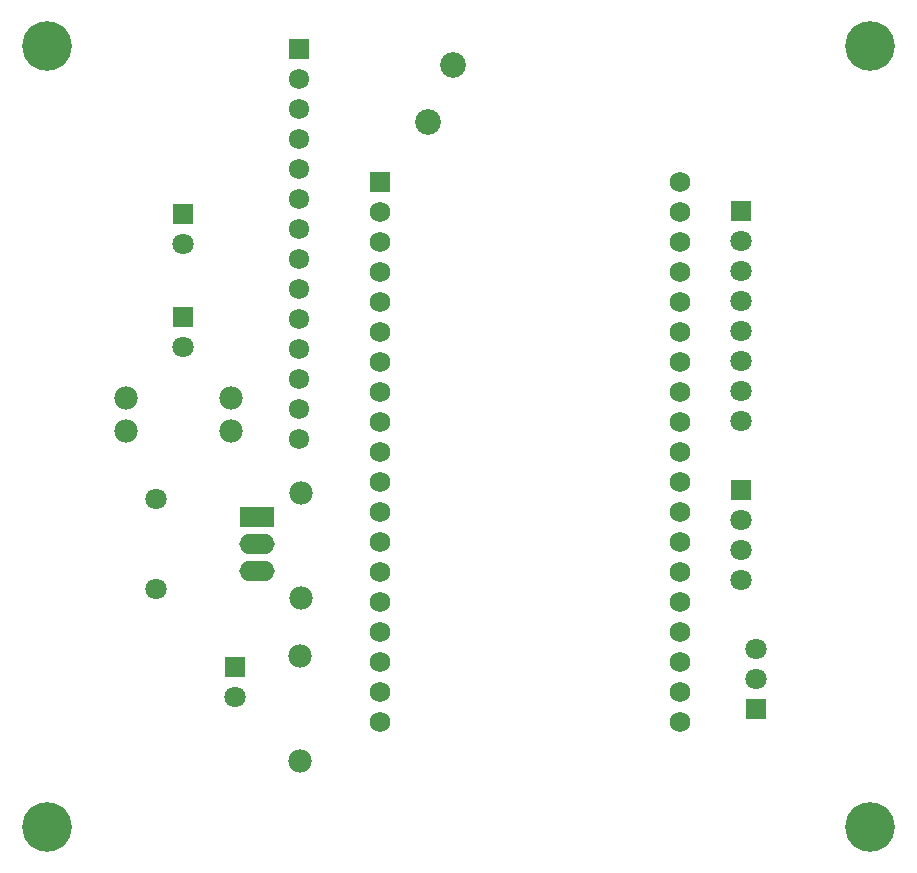
<source format=gts>
G04*
G04 #@! TF.GenerationSoftware,Altium Limited,Altium Designer,21.2.1 (34)*
G04*
G04 Layer_Color=8388736*
%FSTAX24Y24*%
%MOIN*%
G70*
G04*
G04 #@! TF.SameCoordinates,A0B086A8-5AB1-40D3-A59C-F662E0C94A6C*
G04*
G04*
G04 #@! TF.FilePolarity,Negative*
G04*
G01*
G75*
%ADD17C,0.0710*%
%ADD18R,0.0710X0.0710*%
%ADD19C,0.0682*%
%ADD20R,0.0682X0.0682*%
%ADD21C,0.0780*%
%ADD22C,0.0709*%
%ADD23R,0.1180X0.0680*%
%ADD24O,0.1180X0.0680*%
%ADD25C,0.1655*%
%ADD26C,0.0678*%
%ADD27R,0.0678X0.0678*%
%ADD28C,0.0860*%
D17*
X03985Y028294D02*
D03*
Y027294D02*
D03*
X03935Y031597D02*
D03*
Y032597D02*
D03*
Y030597D02*
D03*
Y0359D02*
D03*
Y0369D02*
D03*
Y0409D02*
D03*
Y0419D02*
D03*
Y0399D02*
D03*
Y0389D02*
D03*
Y0379D02*
D03*
X02075Y0418D02*
D03*
Y03835D02*
D03*
X022493Y0267D02*
D03*
D18*
X03985Y026294D02*
D03*
X03935Y033597D02*
D03*
Y0429D02*
D03*
X02075Y0428D02*
D03*
Y03935D02*
D03*
X022493Y0277D02*
D03*
D19*
X0373Y04385D02*
D03*
Y04285D02*
D03*
Y04185D02*
D03*
Y04085D02*
D03*
Y03985D02*
D03*
Y03885D02*
D03*
Y03785D02*
D03*
Y03685D02*
D03*
Y03585D02*
D03*
Y03485D02*
D03*
Y03385D02*
D03*
Y03285D02*
D03*
Y03185D02*
D03*
Y03085D02*
D03*
Y02985D02*
D03*
Y02885D02*
D03*
Y02785D02*
D03*
Y02685D02*
D03*
Y02585D02*
D03*
X0273D02*
D03*
Y02685D02*
D03*
Y02785D02*
D03*
Y02885D02*
D03*
Y02985D02*
D03*
Y03085D02*
D03*
Y03185D02*
D03*
Y03285D02*
D03*
Y03385D02*
D03*
Y03485D02*
D03*
Y03585D02*
D03*
Y03685D02*
D03*
Y03785D02*
D03*
Y03885D02*
D03*
Y03985D02*
D03*
Y04085D02*
D03*
Y04185D02*
D03*
Y04285D02*
D03*
D20*
Y04385D02*
D03*
D21*
X01885Y03555D02*
D03*
X02235D02*
D03*
X01885Y036679D02*
D03*
X02235D02*
D03*
X02465Y02455D02*
D03*
Y02805D02*
D03*
X024664Y0335D02*
D03*
Y03D02*
D03*
D22*
X019828Y030308D02*
D03*
Y0333D02*
D03*
D23*
X0232Y032706D02*
D03*
D24*
Y0318D02*
D03*
Y030894D02*
D03*
D25*
X0162Y0484D02*
D03*
X04365D02*
D03*
Y02235D02*
D03*
X0162D02*
D03*
D26*
X0246Y0353D02*
D03*
Y0363D02*
D03*
Y0373D02*
D03*
Y0383D02*
D03*
Y0393D02*
D03*
Y0403D02*
D03*
Y0413D02*
D03*
Y0423D02*
D03*
Y0433D02*
D03*
Y0443D02*
D03*
Y0453D02*
D03*
Y0463D02*
D03*
Y0473D02*
D03*
D27*
Y0483D02*
D03*
D28*
X0289Y04585D02*
D03*
X02975Y04775D02*
D03*
M02*

</source>
